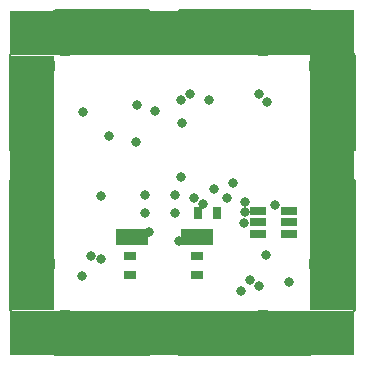
<source format=gbs>
%FSLAX25Y25*%
%MOIN*%
G70*
G01*
G75*
G04 Layer_Color=16711935*
%ADD10O,0.05906X0.01575*%
%ADD11R,0.05906X0.01575*%
%ADD12R,0.01575X0.05906*%
%ADD13R,0.03150X0.02362*%
G04:AMPARAMS|DCode=14|XSize=23.62mil|YSize=31.5mil|CornerRadius=0mil|HoleSize=0mil|Usage=FLASHONLY|Rotation=45.000|XOffset=0mil|YOffset=0mil|HoleType=Round|Shape=Rectangle|*
%AMROTATEDRECTD14*
4,1,4,0.00278,-0.01949,-0.01949,0.00278,-0.00278,0.01949,0.01949,-0.00278,0.00278,-0.01949,0.0*
%
%ADD14ROTATEDRECTD14*%

%ADD15R,0.02362X0.03150*%
G04:AMPARAMS|DCode=16|XSize=23.62mil|YSize=31.5mil|CornerRadius=0mil|HoleSize=0mil|Usage=FLASHONLY|Rotation=135.000|XOffset=0mil|YOffset=0mil|HoleType=Round|Shape=Rectangle|*
%AMROTATEDRECTD16*
4,1,4,0.01949,0.00278,-0.00278,-0.01949,-0.01949,-0.00278,0.00278,0.01949,0.01949,0.00278,0.0*
%
%ADD16ROTATEDRECTD16*%

%ADD17C,0.01000*%
%ADD18C,0.01500*%
%ADD19C,0.00500*%
%ADD20R,0.02500X0.15000*%
%ADD21R,0.02500X0.12500*%
%ADD22R,0.12500X0.02500*%
%ADD23R,0.15000X0.02500*%
%ADD24C,0.02500*%
%ADD25R,0.04803X0.01969*%
%ADD26R,0.09843X0.04724*%
%ADD27C,0.00394*%
%ADD28C,0.00750*%
%ADD29C,0.00700*%
%ADD30R,0.15000X1.05000*%
%ADD31R,1.15000X0.15000*%
%ADD32R,0.15000X1.15000*%
%ADD33O,0.06706X0.02375*%
%ADD34R,0.06706X0.02375*%
%ADD35R,0.02375X0.06706*%
%ADD36R,0.03950X0.03162*%
G04:AMPARAMS|DCode=37|XSize=31.62mil|YSize=39.5mil|CornerRadius=0mil|HoleSize=0mil|Usage=FLASHONLY|Rotation=45.000|XOffset=0mil|YOffset=0mil|HoleType=Round|Shape=Rectangle|*
%AMROTATEDRECTD37*
4,1,4,0.00278,-0.02514,-0.02514,0.00278,-0.00278,0.02514,0.02514,-0.00278,0.00278,-0.02514,0.0*
%
%ADD37ROTATEDRECTD37*%

%ADD38R,0.03162X0.03950*%
G04:AMPARAMS|DCode=39|XSize=31.62mil|YSize=39.5mil|CornerRadius=0mil|HoleSize=0mil|Usage=FLASHONLY|Rotation=135.000|XOffset=0mil|YOffset=0mil|HoleType=Round|Shape=Rectangle|*
%AMROTATEDRECTD39*
4,1,4,0.02514,0.00278,-0.00278,-0.02514,-0.02514,-0.00278,0.00278,0.02514,0.02514,0.00278,0.0*
%
%ADD39ROTATEDRECTD39*%

%ADD40R,0.03300X0.15800*%
%ADD41R,0.03300X0.13300*%
%ADD42R,0.13300X0.03300*%
%ADD43R,0.15800X0.03300*%
%ADD44C,0.03300*%
%ADD45R,0.15000X1.00000*%
%ADD46R,1.00000X0.15000*%
%ADD47R,0.15000X0.85000*%
%ADD48R,0.05603X0.02769*%
%ADD49R,0.10642X0.05524*%
D19*
X411800Y407500D02*
G03*
X421200Y407500I4700J0D01*
G01*
X375823Y304177D02*
G03*
X369177Y310823I-3323J3323D01*
G01*
Y404177D02*
G03*
X375823Y410823I3323J3323D01*
G01*
X469177D02*
G03*
X475823Y404177I3323J-3323D01*
G01*
X421200Y307500D02*
G03*
X411800Y307500I-4700J0D01*
G01*
X475823Y310823D02*
G03*
X469177Y304177I-3323J-3323D01*
G01*
X472500Y368200D02*
G03*
X472500Y358800I0J-4700D01*
G01*
X372500D02*
G03*
X372500Y368200I0J4700D01*
G01*
X421500Y415000D02*
X465000D01*
X380000D02*
X411500D01*
X421197Y407432D02*
X421500Y415000D01*
X411500D02*
X411800Y407500D01*
X365000Y315000D02*
X369177Y310823D01*
X375823Y304177D02*
X380000Y300000D01*
X365000Y400000D02*
X369177Y404177D01*
X375823Y410823D02*
X380000Y415000D01*
X475823Y404177D02*
X480000Y400000D01*
X465000Y415000D02*
X469177Y410823D01*
X475823Y310823D02*
X480000Y315000D01*
X411500Y300000D02*
X411800Y307500D01*
X421197Y307568D02*
X421500Y300000D01*
X380000D02*
X411500D01*
X421500D02*
X465000D01*
X469177Y304177D01*
X472500Y368200D02*
X480000Y368500D01*
X472432Y358803D02*
X480000Y358500D01*
Y368500D02*
Y400000D01*
Y315000D02*
Y358500D01*
X365000Y368500D02*
X372500Y368200D01*
X365000Y358500D02*
X372568Y358803D01*
X365000Y368500D02*
Y400000D01*
Y315000D02*
Y358500D01*
D31*
X422500Y307500D02*
D03*
D36*
X427500Y326850D02*
D03*
Y333150D02*
D03*
X405000Y326850D02*
D03*
Y333150D02*
D03*
D38*
X434150Y347500D02*
D03*
X427850D02*
D03*
D40*
X383500Y407500D02*
D03*
X449500D02*
D03*
Y307500D02*
D03*
X383500D02*
D03*
D41*
X431500Y407500D02*
D03*
X461500D02*
D03*
X455500D02*
D03*
X443500D02*
D03*
X437500D02*
D03*
X407500D02*
D03*
X401500D02*
D03*
X395500D02*
D03*
X389500D02*
D03*
X425500D02*
D03*
Y307500D02*
D03*
X389500D02*
D03*
X395500D02*
D03*
X401500D02*
D03*
X407500D02*
D03*
X437500D02*
D03*
X443500D02*
D03*
X455500D02*
D03*
X461500D02*
D03*
X431500D02*
D03*
D42*
X472500Y354500D02*
D03*
Y390500D02*
D03*
Y384500D02*
D03*
Y378500D02*
D03*
Y372500D02*
D03*
Y342500D02*
D03*
Y336500D02*
D03*
Y324500D02*
D03*
Y318500D02*
D03*
Y348500D02*
D03*
X372500Y354500D02*
D03*
Y390500D02*
D03*
Y384500D02*
D03*
Y378500D02*
D03*
Y372500D02*
D03*
Y342500D02*
D03*
Y336500D02*
D03*
Y324500D02*
D03*
Y318500D02*
D03*
Y348500D02*
D03*
D43*
X472500Y330500D02*
D03*
Y396500D02*
D03*
X372500Y330500D02*
D03*
Y396500D02*
D03*
D44*
X421500Y338000D02*
D03*
X411500Y341000D02*
D03*
X398000Y373000D02*
D03*
X422500Y377500D02*
D03*
X439500Y357500D02*
D03*
X443000Y344000D02*
D03*
X443500Y351000D02*
D03*
X443299Y347701D02*
D03*
X437500Y352500D02*
D03*
X433000Y355500D02*
D03*
X410098Y347402D02*
D03*
X420000Y347500D02*
D03*
Y353500D02*
D03*
X410000D02*
D03*
X395500Y353000D02*
D03*
X392000Y333000D02*
D03*
X389000Y326500D02*
D03*
X395500Y332000D02*
D03*
X422000Y359500D02*
D03*
X389500Y381000D02*
D03*
X426500Y352500D02*
D03*
X429500Y350500D02*
D03*
X407000Y371000D02*
D03*
X407500Y383500D02*
D03*
X448000Y387000D02*
D03*
X413500Y381500D02*
D03*
X458000Y324500D02*
D03*
X425000Y387000D02*
D03*
X422000Y385000D02*
D03*
X450500Y333500D02*
D03*
X448000Y323000D02*
D03*
X445000Y325000D02*
D03*
X431500Y385000D02*
D03*
X442000Y321500D02*
D03*
X450801Y384500D02*
D03*
X453500Y350000D02*
D03*
D45*
X472500Y365000D02*
D03*
D46*
X415000Y407500D02*
D03*
D47*
X372500Y357500D02*
D03*
D48*
X447843Y344252D02*
D03*
Y347992D02*
D03*
Y340512D02*
D03*
X458157Y347992D02*
D03*
Y344252D02*
D03*
Y340512D02*
D03*
D49*
X405673Y339500D02*
D03*
X427327D02*
D03*
M02*

</source>
